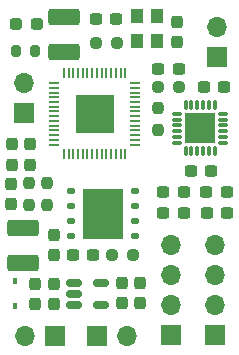
<source format=gbr>
%TF.GenerationSoftware,KiCad,Pcbnew,(6.0.7-1)-1*%
%TF.CreationDate,2022-10-12T15:07:03-04:00*%
%TF.ProjectId,PICO_v1.0,5049434f-5f76-4312-9e30-2e6b69636164,rev?*%
%TF.SameCoordinates,Original*%
%TF.FileFunction,Soldermask,Top*%
%TF.FilePolarity,Negative*%
%FSLAX46Y46*%
G04 Gerber Fmt 4.6, Leading zero omitted, Abs format (unit mm)*
G04 Created by KiCad (PCBNEW (6.0.7-1)-1) date 2022-10-12 15:07:03*
%MOMM*%
%LPD*%
G01*
G04 APERTURE LIST*
G04 Aperture macros list*
%AMRoundRect*
0 Rectangle with rounded corners*
0 $1 Rounding radius*
0 $2 $3 $4 $5 $6 $7 $8 $9 X,Y pos of 4 corners*
0 Add a 4 corners polygon primitive as box body*
4,1,4,$2,$3,$4,$5,$6,$7,$8,$9,$2,$3,0*
0 Add four circle primitives for the rounded corners*
1,1,$1+$1,$2,$3*
1,1,$1+$1,$4,$5*
1,1,$1+$1,$6,$7*
1,1,$1+$1,$8,$9*
0 Add four rect primitives between the rounded corners*
20,1,$1+$1,$2,$3,$4,$5,0*
20,1,$1+$1,$4,$5,$6,$7,0*
20,1,$1+$1,$6,$7,$8,$9,0*
20,1,$1+$1,$8,$9,$2,$3,0*%
%AMOutline4P*
0 Free polygon, 4 corners , with rotation*
0 The origin of the aperture is its center*
0 number of corners: always 4*
0 $1 to $8 corner X, Y*
0 $9 Rotation angle, in degrees counterclockwise*
0 create outline with 4 corners*
4,1,4,$1,$2,$3,$4,$5,$6,$7,$8,$1,$2,$9*%
G04 Aperture macros list end*
%ADD10R,1.700000X1.700000*%
%ADD11O,1.700000X1.700000*%
%ADD12RoundRect,0.250001X-1.074999X0.462499X-1.074999X-0.462499X1.074999X-0.462499X1.074999X0.462499X0*%
%ADD13RoundRect,0.237500X-0.237500X0.300000X-0.237500X-0.300000X0.237500X-0.300000X0.237500X0.300000X0*%
%ADD14RoundRect,0.237500X0.237500X-0.300000X0.237500X0.300000X-0.237500X0.300000X-0.237500X-0.300000X0*%
%ADD15RoundRect,0.237500X-0.300000X-0.237500X0.300000X-0.237500X0.300000X0.237500X-0.300000X0.237500X0*%
%ADD16RoundRect,0.237500X0.237500X-0.250000X0.237500X0.250000X-0.237500X0.250000X-0.237500X-0.250000X0*%
%ADD17RoundRect,0.075000X-0.350000X-0.075000X0.350000X-0.075000X0.350000X0.075000X-0.350000X0.075000X0*%
%ADD18RoundRect,0.075000X0.075000X-0.350000X0.075000X0.350000X-0.075000X0.350000X-0.075000X-0.350000X0*%
%ADD19Outline4P,-1.295400X-1.257300X1.295400X-1.257300X1.295400X1.257300X-1.295400X1.257300X0.000000*%
%ADD20RoundRect,0.050000X0.387500X0.050000X-0.387500X0.050000X-0.387500X-0.050000X0.387500X-0.050000X0*%
%ADD21RoundRect,0.050000X0.050000X0.387500X-0.050000X0.387500X-0.050000X-0.387500X0.050000X-0.387500X0*%
%ADD22R,3.200000X3.200000*%
%ADD23RoundRect,0.237500X-0.237500X0.250000X-0.237500X-0.250000X0.237500X-0.250000X0.237500X0.250000X0*%
%ADD24RoundRect,0.237500X0.250000X0.237500X-0.250000X0.237500X-0.250000X-0.237500X0.250000X-0.237500X0*%
%ADD25RoundRect,0.125000X0.250000X0.125000X-0.250000X0.125000X-0.250000X-0.125000X0.250000X-0.125000X0*%
%ADD26R,3.400000X4.300000*%
%ADD27R,1.100000X1.300000*%
%ADD28RoundRect,0.150000X-0.512500X-0.150000X0.512500X-0.150000X0.512500X0.150000X-0.512500X0.150000X0*%
%ADD29RoundRect,0.237500X0.287500X0.237500X-0.287500X0.237500X-0.287500X-0.237500X0.287500X-0.237500X0*%
%ADD30RoundRect,0.237500X0.300000X0.237500X-0.300000X0.237500X-0.300000X-0.237500X0.300000X-0.237500X0*%
%ADD31R,0.450000X0.600000*%
%ADD32RoundRect,0.200000X-0.200000X-0.275000X0.200000X-0.275000X0.200000X0.275000X-0.200000X0.275000X0*%
G04 APERTURE END LIST*
D10*
%TO.C,ADC1*%
X101854000Y-109199600D03*
D11*
X101854000Y-106659600D03*
%TD*%
D12*
%TO.C,SW1*%
X101727000Y-118933900D03*
X101727000Y-121908900D03*
%TD*%
D13*
%TO.C,C3*%
X110109000Y-123621800D03*
X110109000Y-125346800D03*
%TD*%
D14*
%TO.C,C4*%
X114782600Y-103224500D03*
X114782600Y-101499500D03*
%TD*%
D15*
%TO.C,C8*%
X113640700Y-117703600D03*
X115365700Y-117703600D03*
%TD*%
D14*
%TO.C,C13*%
X104394000Y-121233100D03*
X104394000Y-119508100D03*
%TD*%
D16*
%TO.C,R2*%
X102235000Y-116990500D03*
X102235000Y-115165500D03*
%TD*%
D17*
%TO.C,U4*%
X114813800Y-109278100D03*
X114813800Y-109778100D03*
X114813800Y-110278100D03*
X114813800Y-110778100D03*
X114813800Y-111278100D03*
X114813800Y-111778100D03*
D18*
X115513800Y-112478100D03*
X116013800Y-112478100D03*
X116513800Y-112478100D03*
X117013800Y-112478100D03*
X117513800Y-112478100D03*
X118013800Y-112478100D03*
D17*
X118713800Y-111778100D03*
X118713800Y-111278100D03*
X118713800Y-110778100D03*
X118713800Y-110278100D03*
X118713800Y-109778100D03*
X118713800Y-109278100D03*
D18*
X118013800Y-108578100D03*
X117513800Y-108578100D03*
X117013800Y-108578100D03*
X116513800Y-108578100D03*
X116013800Y-108578100D03*
X115513800Y-108578100D03*
D19*
X116763800Y-110515400D03*
%TD*%
D10*
%TO.C,Data1*%
X108046600Y-128143000D03*
D11*
X110586600Y-128143000D03*
%TD*%
D10*
%TO.C,E2*%
X118008400Y-127980600D03*
D11*
X118008400Y-125440600D03*
X118008400Y-122900600D03*
X118008400Y-120360600D03*
%TD*%
D20*
%TO.C,U2*%
X111244900Y-111887700D03*
X111244900Y-111487700D03*
X111244900Y-111087700D03*
X111244900Y-110687700D03*
X111244900Y-110287700D03*
X111244900Y-109887700D03*
X111244900Y-109487700D03*
X111244900Y-109087700D03*
X111244900Y-108687700D03*
X111244900Y-108287700D03*
X111244900Y-107887700D03*
X111244900Y-107487700D03*
X111244900Y-107087700D03*
X111244900Y-106687700D03*
D21*
X110407400Y-105850200D03*
X110007400Y-105850200D03*
X109607400Y-105850200D03*
X109207400Y-105850200D03*
X108807400Y-105850200D03*
X108407400Y-105850200D03*
X108007400Y-105850200D03*
X107607400Y-105850200D03*
X107207400Y-105850200D03*
X106807400Y-105850200D03*
X106407400Y-105850200D03*
X106007400Y-105850200D03*
X105607400Y-105850200D03*
X105207400Y-105850200D03*
D20*
X104369900Y-106687700D03*
X104369900Y-107087700D03*
X104369900Y-107487700D03*
X104369900Y-107887700D03*
X104369900Y-108287700D03*
X104369900Y-108687700D03*
X104369900Y-109087700D03*
X104369900Y-109487700D03*
X104369900Y-109887700D03*
X104369900Y-110287700D03*
X104369900Y-110687700D03*
X104369900Y-111087700D03*
X104369900Y-111487700D03*
X104369900Y-111887700D03*
D21*
X105207400Y-112725200D03*
X105607400Y-112725200D03*
X106007400Y-112725200D03*
X106407400Y-112725200D03*
X106807400Y-112725200D03*
X107207400Y-112725200D03*
X107607400Y-112725200D03*
X108007400Y-112725200D03*
X108407400Y-112725200D03*
X108807400Y-112725200D03*
X109207400Y-112725200D03*
X109607400Y-112725200D03*
X110007400Y-112725200D03*
X110407400Y-112725200D03*
D22*
X107807400Y-109287700D03*
%TD*%
D12*
%TO.C,SW2*%
X105257600Y-101103100D03*
X105257600Y-104078100D03*
%TD*%
D13*
%TO.C,C1*%
X104343200Y-123699100D03*
X104343200Y-125424100D03*
%TD*%
D23*
%TO.C,R7*%
X113182400Y-108802800D03*
X113182400Y-110627800D03*
%TD*%
D16*
%TO.C,R1*%
X103809800Y-116990500D03*
X103809800Y-115165500D03*
%TD*%
D24*
%TO.C,R3*%
X109726100Y-103327200D03*
X107901100Y-103327200D03*
%TD*%
D25*
%TO.C,U3*%
X111234750Y-119668200D03*
X111234750Y-118398200D03*
X111234750Y-117128200D03*
X111234750Y-115858200D03*
X105834750Y-115858200D03*
X105834750Y-117128200D03*
X105834750Y-118398200D03*
X105834750Y-119668200D03*
D26*
X108534750Y-117763200D03*
%TD*%
D14*
%TO.C,C15*%
X111663900Y-125347900D03*
X111663900Y-123622900D03*
%TD*%
D27*
%TO.C,X1*%
X113093000Y-103107200D03*
X113093000Y-101007200D03*
X111443000Y-101007200D03*
X111443000Y-103107200D03*
%TD*%
D28*
%TO.C,U1*%
X106075900Y-123611600D03*
X106075900Y-124561600D03*
X106075900Y-125511600D03*
X108350900Y-125511600D03*
X108350900Y-123611600D03*
%TD*%
D13*
%TO.C,C2*%
X102793800Y-123699100D03*
X102793800Y-125424100D03*
%TD*%
D15*
%TO.C,C12*%
X117272900Y-115925600D03*
X118997900Y-115925600D03*
%TD*%
D24*
%TO.C,R6*%
X114983900Y-107022900D03*
X113158900Y-107022900D03*
%TD*%
D15*
%TO.C,C6*%
X113640700Y-115925600D03*
X115365700Y-115925600D03*
%TD*%
D10*
%TO.C,I2c1*%
X118135400Y-104444800D03*
D11*
X118135400Y-101904800D03*
%TD*%
D15*
%TO.C,C18*%
X115952100Y-114147600D03*
X117677100Y-114147600D03*
%TD*%
D29*
%TO.C,D2*%
X102906800Y-101650800D03*
X101156800Y-101650800D03*
%TD*%
D30*
%TO.C,C5*%
X109650700Y-101244400D03*
X107925700Y-101244400D03*
%TD*%
D15*
%TO.C,C14*%
X105995300Y-121285000D03*
X107720300Y-121285000D03*
%TD*%
D24*
%TO.C,R5*%
X111097700Y-121285000D03*
X109272700Y-121285000D03*
%TD*%
D13*
%TO.C,C10*%
X100761800Y-115215500D03*
X100761800Y-116940500D03*
%TD*%
D30*
%TO.C,C16*%
X114933900Y-105486200D03*
X113208900Y-105486200D03*
%TD*%
D15*
%TO.C,C11*%
X117298300Y-117678200D03*
X119023300Y-117678200D03*
%TD*%
D10*
%TO.C,PS1*%
X104424400Y-128143000D03*
D11*
X101884400Y-128143000D03*
%TD*%
D14*
%TO.C,C7*%
X100799900Y-113587700D03*
X100799900Y-111862700D03*
%TD*%
D31*
%TO.C,D1*%
X101072100Y-123460800D03*
X101072100Y-125560800D03*
%TD*%
D30*
%TO.C,C17*%
X118769300Y-107022900D03*
X117044300Y-107022900D03*
%TD*%
D14*
%TO.C,C9*%
X102311200Y-113587700D03*
X102311200Y-111862700D03*
%TD*%
D10*
%TO.C,E1*%
X114274600Y-127980600D03*
D11*
X114274600Y-125440600D03*
X114274600Y-122900600D03*
X114274600Y-120360600D03*
%TD*%
D32*
%TO.C,R4*%
X101156000Y-103962200D03*
X102806000Y-103962200D03*
%TD*%
M02*

</source>
